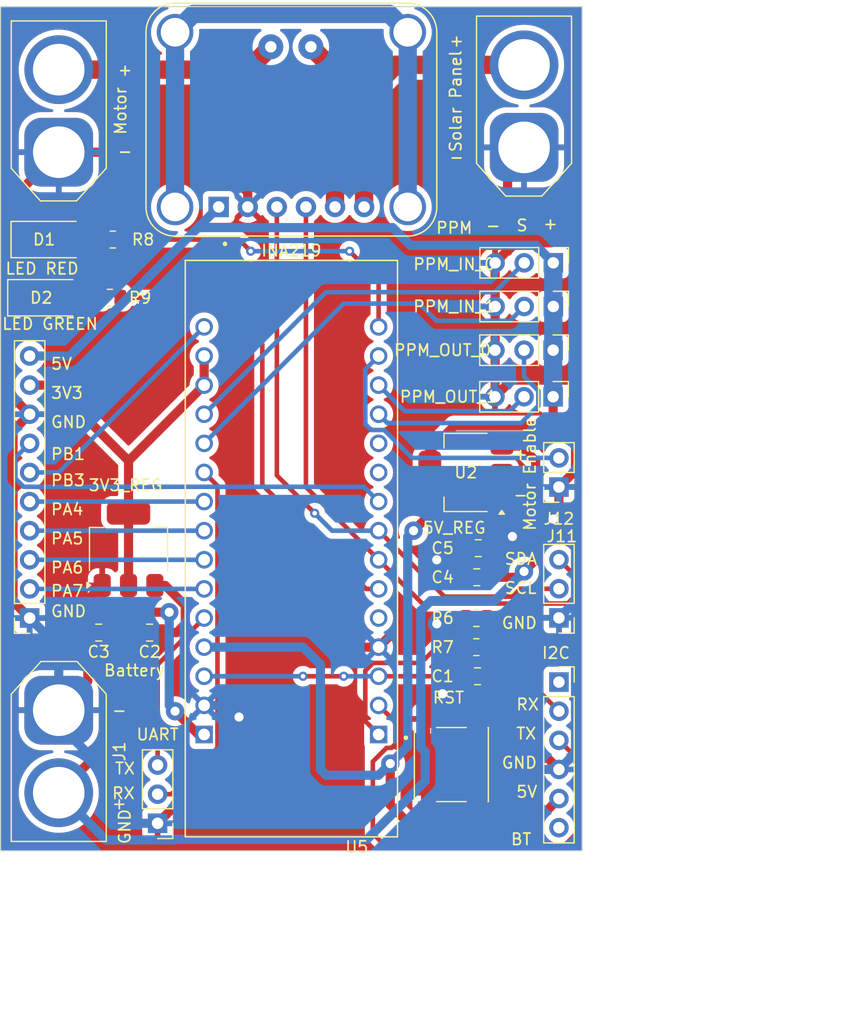
<source format=kicad_pcb>
(kicad_pcb (version 20221018) (generator pcbnew)
  (layers (0 "F.Cu" signal) (31 "B.Cu" signal) (34 "B.Paste" user) (35 "F.Paste" user) (36 "B.SilkS" user "B.Silkscreen") (37 "F.SilkS" user "F.Silkscreen") (38 "B.Mask" user) (39 "F.Mask" user) (44 "Edge.Cuts" user))
  (net 0 "")
  (net 1 "NRST")
  (net 2 "GND")
  (net 3 "VIN")
  (net 4 "3V3")
  (net 5 "5V")
  (net 6 "Net-(D1-A)")
  (net 7 "Net-(D2-A)")
  (net 8 "PPM_IN_0")
  (net 9 "PPM_IN_1")
  (net 10 "PPM_OUT_0")
  (net 11 "PPM_OUT_1")
  (net 12 "SOLAR_IN")
  (net 13 "MOTOR_OUT")
  (net 14 "VCP_RX")
  (net 15 "VCP_TX")
  (net 17 "Net-(J10-Pin_2)")
  (net 18 "UART_TX")
  (net 19 "SCL")
  (net 20 "SDA")
  (net 21 "UART_RX")
  (net 22 "LED_RED")
  (net 23 "LED_GREEN")
  (net 24 "BUTTON")
  (net 27 "MOTOR_EN")
  (net 28 "PB1")
  (net 29 "PB3")
  (net 30 "PA4")
  (net 31 "PA5")
  (net 32 "PA6")
  (net 33 "PA7")
  (net 35 "unconnected-(U1-SHIELD-PadSH1)")
  (footprint "Connector_PinHeader_2.54mm:PinHeader_1x03_P2.54mm_Vertical" (layer "F.Cu") (at 146.827 82.042 -90)
    (fp_text reference "J3" hide)
    (fp_text value "PPM_IN_1" (at 0 8.651 180) (layer "F.SilkS"))
    (pad "1" thru_hole rect (at 0 0 270) (size 1.7 1.7) (drill 1) (layers "*.Cu" "*.Mask") (net 5 "5V"))
    (pad "2" thru_hole oval (at 0 2.54 270) (size 1.7 1.7) (drill 1) (layers "*.Cu" "*.Mask") (net 9 "PPM_IN_1"))
    (pad "3" thru_hole oval (at 0 5.08 270) (size 1.7 1.7) (drill 1) (layers "*.Cu" "*.Mask") (net 2 "GND"))
  )
  (footprint "Capacitor_SMD:C_0805_2012Metric" (layer "F.Cu") (at 140.142 105.664 180)
    (fp_text reference "C4" (at 2.982 0) (layer "F.SilkS"))
    (fp_text value "3.3uF")
    (pad "1" smd roundrect (at -0.95 0 180) (size 1 1.45) (layers "F.Cu" "F.Paste" "F.Mask") (net 3 "VIN"))
    (pad "2" smd roundrect (at 0.95 0 180) (size 1 1.45) (layers "F.Cu" "F.Paste" "F.Mask") (net 2 "GND"))
  )
  (footprint "Resistor_SMD:R_0805_2012Metric" (layer "F.Cu") (at 108.1005 81.28)
    (fp_text reference "R9" (at 2.6435 0) (layer "F.SilkS"))
    (fp_text value "1k")
    (pad "1" smd roundrect (at -0.9125 0) (size 1.025 1.4) (layers "F.Cu" "F.Paste" "F.Mask") (roundrect_rratio 0.243902439) (net 7 "Net-(D2-A)"))
    (pad "2" smd roundrect (at 0.9125 0) (size 1.025 1.4) (layers "F.Cu" "F.Paste" "F.Mask") (roundrect_rratio 0.243902439) (net 23 "LED_GREEN"))
  )
  (footprint "Button_Switch_SMD:SW_SPST_PTS645" (layer "F.Cu") (at 137.922 122.004 -90)
    (fp_text reference "BUTTON1" hide)
    (fp_text value "SW_Push")
    (fp_text user "RST" (at -5.842 0.254) (layer "F.SilkS"))
    (pad "1" smd rect (at -3.98 -2.25 270) (size 1.55 1.3) (layers "F.Cu" "F.Paste" "F.Mask") (net 1 "NRST"))
    (pad "1" smd rect (at 3.98 -2.25 270) (size 1.55 1.3) (layers "F.Cu" "F.Paste" "F.Mask") (net 1 "NRST"))
    (pad "2" smd rect (at -3.98 2.25 270) (size 1.55 1.3) (layers "F.Cu" "F.Paste" "F.Mask") (net 2 "GND"))
    (pad "2" smd rect (at 3.98 2.25 270) (size 1.55 1.3) (layers "F.Cu" "F.Paste" "F.Mask") (net 2 "GND"))
  )
  (footprint "Resistor_SMD:R_0805_2012Metric" (layer "F.Cu") (at 140.1045 111.76)
    (fp_text reference "R7" (at -2.9445 0) (layer "F.SilkS"))
    (fp_text value "2k")
    (pad "1" smd roundrect (at -0.9125 0) (size 1.025 1.4) (layers "F.Cu" "F.Paste" "F.Mask") (roundrect_rratio 0.243902439) (net 2 "GND"))
    (pad "2" smd roundrect (at 0.9125 0) (size 1.025 1.4) (layers "F.Cu" "F.Paste" "F.Mask") (roundrect_rratio 0.243902439) (net 17 "Net-(J10-Pin_2)"))
  )
  (footprint "Connector_PinSocket_2.54mm:PinSocket_1x10_P2.54mm_Vertical" (layer "F.Cu") (at 101.092 109.22 180)
    (fp_text reference "J6" hide)
    (fp_text value "Conn_01x10")
    (pad "1" thru_hole rect (at 0 0 180) (size 1.7 1.7) (drill 1) (layers "*.Cu" "*.Mask") (net 2 "GND"))
    (pad "2" thru_hole oval (at 0 2.54 180) (size 1.7 1.7) (drill 1) (layers "*.Cu" "*.Mask") (net 33 "PA7"))
    (pad "3" thru_hole oval (at 0 5.08 180) (size 1.7 1.7) (drill 1) (layers "*.Cu" "*.Mask") (net 32 "PA6"))
    (pad "4" thru_hole oval (at 0 7.62 180) (size 1.7 1.7) (drill 1) (layers "*.Cu" "*.Mask") (net 31 "PA5"))
    (pad "5" thru_hole oval (at 0 10.16 180) (size 1.7 1.7) (drill 1) (layers "*.Cu" "*.Mask") (net 30 "PA4"))
    (pad "6" thru_hole oval (at 0 12.7 180) (size 1.7 1.7) (drill 1) (layers "*.Cu" "*.Mask") (net 29 "PB3"))
    (pad "7" thru_hole oval (at 0 15.24 180) (size 1.7 1.7) (drill 1) (layers "*.Cu" "*.Mask") (net 28 "PB1"))
    (pad "8" thru_hole oval (at 0 17.78 180) (size 1.7 1.7) (drill 1) (layers "*.Cu" "*.Mask") (net 2 "GND"))
    (pad "9" thru_hole oval (at 0 20.32 180) (size 1.7 1.7) (drill 1) (layers "*.Cu" "*.Mask") (net 4 "3V3"))
    (pad "10" thru_hole oval (at 0 22.86 180) (size 1.7 1.7) (drill 1) (layers "*.Cu" "*.Mask") (net 5 "5V"))
  )
  (footprint "Capacitor_SMD:C_0805_2012Metric" (layer "F.Cu") (at 140.208 114.3 180)
    (fp_text reference "C1" (at 3.048 0) (layer "F.SilkS"))
    (fp_text value "3.3uF")
    (pad "1" smd roundrect (at -0.95 0 180) (size 1 1.45) (layers "F.Cu" "F.Paste" "F.Mask") (net 2 "GND"))
    (pad "2" smd roundrect (at 0.95 0 180) (size 1 1.45) (layers "F.Cu" "F.Paste" "F.Mask") (net 1 "NRST"))
  )
  (footprint "Connector_AMASS:AMASS_XT60-F_1x02_P7.20mm_Vertical" (layer "F.Cu") (at 103.632 117.26 -90)
    (fp_text reference "J1" (at 3.6 -5.3 90) (layer "F.SilkS"))
    (fp_text value "Battery" (at -3.468 -6.604 -180) (layer "F.SilkS"))
    (pad "1" thru_hole roundrect (at 0 0 270) (size 6 6) (drill 4.5) (layers "*.Cu" "*.Mask") (net 2 "GND"))
    (pad "2" thru_hole circle (at 7.2 0 270) (size 6 6) (drill 4.5) (layers "*.Cu" "*.Mask") (net 3 "VIN"))
  )
  (footprint "Connector_AMASS:AMASS_XT60-F_1x02_P7.20mm_Vertical" (layer "F.Cu") (at 144.272 68.16 90)
    (fp_text reference "J7" hide)
    (fp_text value "Solar Panel" (at 4.025 -5.969 90) (layer "F.SilkS"))
    (pad "1" thru_hole roundrect (at 0 0 90) (size 6 6) (drill 4.5) (layers "*.Cu" "*.Mask") (net 2 "GND"))
    (pad "2" thru_hole circle (at 7.2 0 90) (size 6 6) (drill 4.5) (layers "*.Cu" "*.Mask") (net 12 "SOLAR_IN"))
  )
  (footprint "Package_TO_SOT_SMD:SOT-223-3_TabPin2" (layer "F.Cu") (at 109.728 103.226 90)
    (fp_text reference "U3" hide)
    (fp_text value "3V3_REG" (at 5.588 -0.254 180) (layer "F.SilkS"))
    (pad "1" smd roundrect (at -3.15 -2.3 90) (size 2 1.5) (layers "F.Cu" "F.Paste" "F.Mask") (net 2 "GND"))
    (pad "2" smd roundrect (at -3.15 0 90) (size 2 1.5) (layers "F.Cu" "F.Paste" "F.Mask") (net 4 "3V3"))
    (pad "2" smd roundrect (at 3.15 0 90) (size 2 3.8) (layers "F.Cu" "F.Paste" "F.Mask") (net 4 "3V3"))
    (pad "3" smd roundrect (at -3.15 2.3 90) (size 2 1.5) (layers "F.Cu" "F.Paste" "F.Mask") (net 3 "VIN"))
  )
  (footprint "Capacitor_SMD:C_0805_2012Metric" (layer "F.Cu") (at 107.122 110.49 180)
    (fp_text reference "C3" (at 0 -1.68) (layer "F.SilkS"))
    (fp_text value "1uF")
    (pad "1" smd roundrect (at -0.95 0 180) (size 1 1.45) (layers "F.Cu" "F.Paste" "F.Mask") (net 4 "3V3"))
    (pad "2" smd roundrect (at 0.95 0 180) (size 1 1.45) (layers "F.Cu" "F.Paste" "F.Mask") (net 2 "GND"))
  )
  (footprint "NUCLEO-L432KC:MODULE_NUCLEO-L432KC" (layer "F.Cu") (at 123.952 103.165 180)
    (fp_text reference "U5" (at -5.715 -26.035 180) (layer "F.SilkS"))
    (fp_text value "NUCLEO-L432KC")
    (pad "CN3_1" thru_hole rect (at -7.62 -16.215 180) (size 1.53 1.53) (drill 1.02) (layers "*.Cu" "*.Mask") (net 21 "UART_RX"))
    (pad "CN3_2" thru_hole circle (at -7.62 -13.675 180) (size 1.53 1.53) (drill 1.02) (layers "*.Cu" "*.Mask") (net 18 "UART_TX"))
    (pad "CN3_3" thru_hole circle (at -7.62 -11.135 180) (size 1.53 1.53) (drill 1.02) (layers "*.Cu" "*.Mask") (net 1 "NRST"))
    (pad "CN3_4" thru_hole circle (at -7.62 -8.595 180) (size 1.53 1.53) (drill 1.02) (layers "*.Cu" "*.Mask") (net 2 "GND"))
    (pad "CN3_5" thru_hole circle (at -7.62 -6.055 180) (size 1.53 1.53) (drill 1.02) (layers "*.Cu" "*.Mask") (net 24 "BUTTON"))
    (pad "CN3_6" thru_hole circle (at -7.62 -3.515 180) (size 1.53 1.53) (drill 1.02) (layers "*.Cu" "*.Mask") (net 23 "LED_GREEN"))
    (pad "CN3_7" thru_hole circle (at -7.62 -0.975 180) (size 1.53 1.53) (drill 1.02) (layers "*.Cu" "*.Mask") (net 20 "SDA"))
    (pad "CN3_8" thru_hole circle (at -7.62 1.565 180) (size 1.53 1.53) (drill 1.02) (layers "*.Cu" "*.Mask") (net 19 "SCL"))
    (pad "CN3_9" thru_hole circle (at -7.62 4.105 180) (size 1.53 1.53) (drill 1.02) (layers "*.Cu" "*.Mask") (net 28 "PB1"))
    (pad "CN3_10" thru_hole circle (at -7.62 6.645 180) (size 1.53 1.53) (drill 1.02) (layers "*.Cu" "*.Mask"))
    (pad "CN3_11" thru_hole circle (at -7.62 9.185 180) (size 1.53 1.53) (drill 1.02) (layers "*.Cu" "*.Mask"))
    (pad "CN3_12" thru_hole circle (at -7.62 11.725 180) (size 1.53 1.53) (drill 1.02) (layers "*.Cu" "*.Mask") (net 10 "PPM_OUT_0"))
    (pad "CN3_13" thru_hole circle (at -7.62 14.265 180) (size 1.53 1.53) (drill 1.02) (layers "*.Cu" "*.Mask") (net 11 "PPM_OUT_1"))
    (pad "CN3_14" thru_hole circle (at -7.62 16.805 180) (size 1.53 1.53) (drill 1.02) (layers "*.Cu" "*.Mask") (net 27 "MOTOR_EN"))
    (pad "CN3_15" thru_hole circle (at -7.62 19.345 180) (size 1.53 1.53) (drill 1.02) (layers "*.Cu" "*.Mask") (net 22 "LED_RED"))
    (pad "CN4_1" thru_hole rect (at 7.62 -16.215 180) (size 1.53 1.53) (drill 1.02) (layers "*.Cu" "*.Mask") (net 4 "3V3"))
    (pad "CN4_2" thru_hole circle (at 7.62 -13.675 180) (size 1.53 1.53) (drill 1.02) (layers "*.Cu" "*.Mask") (net 2 "GND"))
    (pad "CN4_3" thru_hole circle (at 7.62 -11.135 180) (size 1.53 1.53) (drill 1.02) (layers "*.Cu" "*.Mask") (net 1 "NRST"))
    (pad "CN4_4" thru_hole circle (at 7.62 -8.595 180) (size 1.53 1.53) (drill 1.02) (layers "*.Cu" "*.Mask") (net 5 "5V"))
    (pad "CN4_5" thru_hole circle (at 7.62 -6.055 180) (size 1.53 1.53) (drill 1.02) (layers "*.Cu" "*.Mask") (net 15 "VCP_TX"))
    (pad "CN4_6" thru_hole circle (at 7.62 -3.515 180) (size 1.53 1.53) (drill 1.02) (layers "*.Cu" "*.Mask") (net 33 "PA7"))
    (pad "CN4_7" thru_hole circle (at 7.62 -0.975 180) (size 1.53 1.53) (drill 1.02) (layers "*.Cu" "*.Mask") (net 32 "PA6"))
    (pad "CN4_8" thru_hole circle (at 7.62 1.565 180) (size 1.53 1.53) (drill 1.02) (layers "*.Cu" "*.Mask") (net 31 "PA5"))
    (pad "CN4_9" thru_hole circle (at 7.62 4.105 180) (size 1.53 1.53) (drill 1.02) (layers "*.Cu" "*.Mask") (net 30 "PA4"))
    (pad "CN4_10" thru_hole circle (at 7.62 6.645 180) (size 1.53 1.53) (drill 1.02) (layers "*.Cu" "*.Mask") (net 14 "VCP_RX"))
    (pad "CN4_11" thru_hole circle (at 7.62 9.185 180) (size 1.53 1.53) (drill 1.02) (layers "*.Cu" "*.Mask") (net 9 "PPM_IN_1"))
    (pad "CN4_12" thru_hole circle (at 7.62 11.725 180) (size 1.53 1.53) (drill 1.02) (layers "*.Cu" "*.Mask") (net 8 "PPM_IN_0"))
    (pad "CN4_13" thru_hole circle (at 7.62 14.265 180) (size 1.53 1.53) (drill 1.02) (layers "*.Cu" "*.Mask") (net 4 "3V3"))
    (pad "CN4_14" thru_hole circle (at 7.62 16.805 180) (size 1.53 1.53) (drill 1.02) (layers "*.Cu" "*.Mask") (net 4 "3V3"))
    (pad "CN4_15" thru_hole circle (at 7.62 19.345 180) (size 1.53 1.53) (drill 1.02) (layers "*.Cu" "*.Mask") (net 29 "PB3"))
  )
  (footprint "Connector_PinHeader_2.54mm:PinHeader_1x03_P2.54mm_Vertical" (layer "F.Cu") (at 146.812 89.916 -90)
    (fp_text reference "J5" hide)
    (fp_text value "PPM_OUT_1" (at 0 9.144) (layer "F.SilkS"))
    (pad "1" thru_hole rect (at 0 0 270) (size 1.7 1.7) (drill 1) (layers "*.Cu" "*.Mask") (net 5 "5V"))
    (pad "2" thru_hole oval (at 0 2.54 270) (size 1.7 1.7) (drill 1) (layers "*.Cu" "*.Mask") (net 11 "PPM_OUT_1"))
    (pad "3" thru_hole oval (at 0 5.08 270) (size 1.7 1.7) (drill 1) (layers "*.Cu" "*.Mask") (net 2 "GND"))
  )
  (footprint "Capacitor_SMD:C_0805_2012Metric" (layer "F.Cu") (at 140.274 103.124 180)
    (fp_text reference "C5" (at 3.114 0) (layer "F.SilkS"))
    (fp_text value "1uF")
    (pad "1" smd roundrect (at -0.95 0 180) (size 1 1.45) (layers "F.Cu" "F.Paste" "F.Mask") (net 5 "5V"))
    (pad "2" smd roundrect (at 0.95 0 180) (size 1 1.45) (layers "F.Cu" "F.Paste" "F.Mask") (net 2 "GND"))
  )
  (footprint "Connector_PinHeader_2.54mm:PinHeader_1x03_P2.54mm_Vertical" (layer "F.Cu") (at 146.827 78.232 -90)
    (fp_text reference "J2" hide)
    (fp_text value "PPM_IN_0" (at 0.127 8.651 180) (layer "F.SilkS"))
    (pad "1" thru_hole rect (at 0 0 270) (size 1.7 1.7) (drill 1) (layers "*.Cu" "*.Mask") (net 5 "5V"))
    (pad "2" thru_hole oval (at 0 2.54 270) (size 1.7 1.7) (drill 1) (layers "*.Cu" "*.Mask") (net 8 "PPM_IN_0"))
    (pad "3" thru_hole oval (at 0 5.08 270) (size 1.7 1.7) (drill 1) (layers "*.Cu" "*.Mask") (net 2 "GND"))
  )
  (footprint "Connector_PinHeader_2.54mm:PinHeader_1x03_P2.54mm_Vertical" (layer "F.Cu") (at 112.268 127.127 180)
    (fp_text reference "J9" hide)
    (fp_text value "UART" (at 0 7.747) (layer "F.SilkS"))
    (pad "1" thru_hole rect (at 0 0 180) (size 1.7 1.7) (drill 1) (layers "*.Cu" "*.Mask") (net 2 "GND"))
    (pad "2" thru_hole oval (at 0 2.54 180) (size 1.7 1.7) (drill 1) (layers "*.Cu" "*.Mask") (net 14 "VCP_RX"))
    (pad "3" thru_hole oval (at 0 5.08 180) (size 1.7 1.7) (drill 1) (layers "*.Cu" "*.Mask") (net 15 "VCP_TX"))
  )
  (footprint "Connector_PinHeader_2.54mm:PinHeader_1x03_P2.54mm_Vertical" (layer "F.Cu") (at 147.32 109.205 180)
    (fp_text reference "J11" (at -0.254 7.112) (layer "F.SilkS"))
    (fp_text value "I2C" (at 0.254 -3.063) (layer "F.SilkS"))
    (pad "1" thru_hole rect (at 0 0 180) (size 1.7 1.7) (drill 1) (layers "*.Cu" "*.Mask") (net 2 "GND"))
    (pad "2" thru_hole oval (at 0 2.54 180) (size 1.7 1.7) (drill 1) (layers "*.Cu" "*.Mask") (net 19 "SCL"))
    (pad "3" thru_hole oval (at 0 5.08 180) (size 1.7 1.7) (drill 1) (layers "*.Cu" "*.Mask") (net 20 "SDA"))
  )
  (footprint "Connector_PinHeader_2.54mm:PinHeader_1x03_P2.54mm_Vertical" (layer "F.Cu") (at 146.812 85.852 -90)
    (fp_text reference "J4" hide)
    (fp_text value "PPM_OUT_0" (at 0 9.652) (layer "F.SilkS"))
    (pad "1" thru_hole rect (at 0 0 270) (size 1.7 1.7) (drill 1) (layers "*.Cu" "*.Mask") (net 5 "5V"))
    (pad "2" thru_hole oval (at 0 2.54 270) (size 1.7 1.7) (drill 1) (layers "*.Cu" "*.Mask") (net 10 "PPM_OUT_0"))
    (pad "3" thru_hole oval (at 0 5.08 270) (size 1.7 1.7) (drill 1) (layers "*.Cu" "*.Mask") (net 2 "GND"))
  )
  (footprint "Connector_PinSocket_2.54mm:PinSocket_1x06_P2.54mm_Vertical" (layer "F.Cu") (at 147.32 114.808)
    (fp_text reference "J10" hide)
    (fp_text value "BT" (at -3.302 13.716 180) (layer "F.SilkS"))
    (pad "1" thru_hole rect (at 0 0) (size 1.7 1.7) (drill 1) (layers "*.Cu" "*.Mask"))
    (pad "2" thru_hole oval (at 0 2.54) (size 1.7 1.7) (drill 1) (layers "*.Cu" "*.Mask") (net 17 "Net-(J10-Pin_2)"))
    (pad "3" thru_hole oval (at 0 5.08) (size 1.7 1.7) (drill 1) (layers "*.Cu" "*.Mask") (net 18 "UART_TX"))
    (pad "4" thru_hole oval (at 0 7.62) (size 1.7 1.7) (drill 1) (layers "*.Cu" "*.Mask") (net 2 "GND"))
    (pad "5" thru_hole oval (at 0 10.16) (size 1.7 1.7) (drill 1) (layers "*.Cu" "*.Mask") (net 5 "5V"))
    (pad "6" thru_hole oval (at 0 12.7) (size 1.7 1.7) (drill 1) (layers "*.Cu" "*.Mask"))
  )
  (footprint "904:MODULE_904" (layer "F.Cu") (at 111.252 75.8975)
    (fp_text reference "U1" hide)
    (fp_text value "INA219" (at 12.7 1.27) (layer "F.SilkS"))
    (pad "1" thru_hole rect (at 6.35 -2.54) (size 1.778 1.778) (drill 1) (layers "*.Cu" "*.Mask") (net 5 "5V"))
    (pad "2" thru_hole circle (at 8.89 -2.54) (size 1.778 1.778) (drill 1) (layers "*.Cu" "*.Mask") (net 2 "GND"))
    (pad "3" thru_hole circle (at 11.43 -2.54) (size 1.778 1.778) (drill 1) (layers "*.Cu" "*.Mask") (net 19 "SCL"))
    (pad "4" thru_hole circle (at 13.97 -2.54) (size 1.778 1.778) (drill 1) (layers "*.Cu" "*.Mask") (net 20 "SDA"))
    (pad "5" thru_hole circle (at 16.51 -2.54) (size 1.778 1.778) (drill 1) (layers "*.Cu" "*.Mask") (net 13 "MOTOR_OUT"))
    (pad "6" thru_hole circle (at 19.05 -2.54) (size 1.778 1.778) (drill 1) (layers "*.Cu" "*.Mask") (net 12 "SOLAR_IN"))
    (pad "SH1" thru_hole circle (at 2.54 -17.78) (size 3.2 3.2) (drill 2.5) (layers "*.Cu" "*.Mask") (net 35 "unconnected-(U1-SHIELD-PadSH1)"))
    (pad "SH2" thru_hole circle (at 22.86 -17.78) (size 3.2 3.2) (drill 2.5) (layers "*.Cu" "*.Mask") (net 35 "unconnected-(U1-SHIELD-PadSH1)"))
    (pad "SH3" thru_hole circle (at 2.54 -2.54) (size 3.2 3.2) (drill 2.5) (layers "*.Cu" "*.Mask") (net 35 "unconnected-(U1-SHIELD-PadSH1)"))
    (pad "SH4" thru_hole circle (at 22.86 -2.54) (size 3.2 3.2) (drill 2.5) (layers "*.Cu" "*.Mask") (net 35 "unconnected-(U1-SHIELD-PadSH1)"))
    (pad "VIN+" thru_hole circle (at 14.4 -16.51) (size 2.1844 2.1844) (drill 1) (layers "*.Cu" "*.Mask") (net 12 "SOLAR_IN"))
    (pad "VIN-" thru_hole circle (at 10.9 -16.51) (size 2.1844 2.1844) (drill 1) (layers "*.Cu" "*.Mask") (net 13 "MOTOR_OUT"))
  )
  (footprint "Connector_AMASS:AMASS_XT60-F_1x02_P7.20mm_Vertical" (layer "F.Cu") (at 103.632 68.58 90)
    (fp_text reference "J8" hide)
    (fp_text value "Motor" (at 3.6 5.4 90) (layer "F.SilkS"))
    (pad "1" thru_hole roundrect (at 0 0 90) (size 6 6) (drill 4.5) (layers "*.Cu" "*.Mask") (net 2 "GND"))
    (pad "2" thru_hole circle (at 7.2 0 90) (size 6 6) (drill 4.5) (layers "*.Cu" "*.Mask") (net 13 "MOTOR_OUT"))
  )
  (footprint "LED_SMD:LED_2010_5025Metric" (layer "F.Cu") (at 102.652 76.2)
    (fp_text reference "D1" (at -0.29 0 180) (layer "F.SilkS"))
    (fp_text value "LED RED" (at -0.472 2.54) (layer "F.SilkS"))
    (pad "1" smd roundrect (at -2.25 0) (size 1.35 2.65) (layers "F.Cu" "F.Paste" "F.Mask") (roundrect_rratio 0.1851851852) (net 2 "GND"))
    (pad "2" smd roundrect (at 2.25 0) (size 1.35 2.65) (layers "F.Cu" "F.Paste" "F.Mask") (roundrect_rratio 0.1851851852) (net 6 "Net-(D1-A)"))
  )
  (footprint "Connector_PinSocket_2.54mm:PinSocket_1x02_P2.54mm_Vertical" (layer "F.Cu") (at 147.32 97.79 180)
    (fp_text reference "J12" (at 0 -2.77) (layer "F.SilkS"))
    (fp_text value "Motor Enable" (at 2.54 1.143 90) (layer "F.SilkS"))
    (pad "1" thru_hole rect (at 0 0 180) (size 1.7 1.7) (drill 1) (layers "*.Cu" "*.Mask") (net 2 "GND"))
    (pad "2" thru_hole oval (at 0 2.54 180) (size 1.7 1.7) (drill 1) (layers "*.Cu" "*.Mask") (net 27 "MOTOR_EN"))
  )
  (footprint "Package_TO_SOT_SMD:SOT-223-3_TabPin2" (layer "F.Cu") (at 139.192 96.52 180)
    (fp_text reference "U2" (at 0 0) (layer "F.SilkS"))
    (fp_text value "5V_REG" (at 1.016 -4.826) (layer "F.SilkS"))
    (pad "1" smd roundrect (at -3.15 -2.3 180) (size 2 1.5) (layers "F.Cu" "F.Paste" "F.Mask") (net 2 "GND"))
    (pad "2" smd roundrect (at -3.15 0 180) (size 2 1.5) (layers "F.Cu" "F.Paste" "F.Mask") (net 5 "5V"))
    (pad "2" smd roundrect (at 3.15 0 180) (size 2 3.8) (layers "F.Cu" "F.Paste" "F.Mask") (net 5 "5V"))
    (pad "3" smd roundrect (at -3.15 2.3 180) (size 2 1.5) (layers "F.Cu" "F.Paste" "F.Mask") (net 3 "VIN"))
  )
  (footprint "LED_SMD:LED_2010_5025Metric" (layer "F.Cu") (at 102.362 81.28)
    (fp_text reference "D2" (at -0.254 0) (layer "F.SilkS"))
    (fp_text value "LED GREEN" (at 0.508 2.28) (layer "F.SilkS"))
    (pad "1" smd roundrect (at -2.25 0) (size 1.35 2.65) (layers "F.Cu" "F.Paste" "F.Mask") (roundrect_rratio 0.1851851852) (net 2 "GND"))
    (pad "2" smd roundrect (at 2.25 0) (size 1.35 2.65) (layers "F.Cu" "F.Paste" "F.Mask") (roundrect_rratio 0.1851851852) (net 7 "Net-(D2-A)"))
  )
  (footprint "Resistor_SMD:R_0805_2012Metric" (layer "F.Cu") (at 108.3545 76.2)
    (fp_text reference "R8" (at 2.6435 0) (layer "F.SilkS"))
    (fp_text value "1k")
    (pad "1" smd roundrect (at -0.9125 0) (size 1.025 1.4) (layers "F.Cu" "F.Paste" "F.Mask") (roundrect_rratio 0.243902439) (net 6 "Net-(D1-A)"))
    (pad "2" smd roundrect (at 0.9125 0) (size 1.025 1.4) (layers "F.Cu" "F.Paste" "F.Mask") (roundrect_rratio 0.243902439) (net 22 "LED_RED"))
  )
  (footprint "Capacitor_SMD:C_0805_2012Metric" (layer "F.Cu") (at 111.572 110.49 180)
    (fp_text reference "C2" (at 0 -1.68) (layer "F.SilkS"))
    (fp_text value "3.3uF")
    (pad "1" smd roundrect (at -0.95 0 180) (size 1 1.45) (layers "F.Cu" "F.Paste" "F.Mask") (net 3 "VIN"))
    (pad "2" smd roundrect (at 0.95 0 180) (size 1 1.45) (layers "F.Cu" "F.Paste" "F.Mask") (net 2 "GND"))
  )
  (footprint "Resistor_SMD:R_0805_2012Metric" (layer "F.Cu") (at 140.1045 109.22 180)
    (fp_text reference "R6" (at 2.9445 0) (layer "F.SilkS"))
    (fp_text value "1k")
    (pad "1" smd roundrect (at -0.9125 0 180) (size 1.025 1.4) (layers "F.Cu" "F.Paste" "F.Mask") (roundrect_rratio 0.243902439) (net 17 "Net-(J10-Pin_2)"))
    (pad "2" smd roundrect (at 0.9125 0 180) (size 1.025 1.4) (layers "F.Cu" "F.Paste" "F.Mask") (roundrect_rratio 0.243902439) (net 21 "UART_RX"))
  )
  (gr_rect (start 98.552 55.88) (end 149.352 129.54) (stroke (width 0.1)) (fill none) (layer "Edge.Cuts"))
  (gr_text "TX" (at 108.458 122.936) (layer "F.SilkS") (effects (font (size 1 1)) (justify left bottom)))
  (gr_text "PA6" (at 102.87 105.41) (layer "F.SilkS") (effects (font (size 1 1)) (justify left bottom)))
  (gr_text "SCL" (at 142.494 107.188) (layer "F.SilkS") (effects (font (size 1 1)) (justify left bottom)))
  (gr_text "+" (at 137.668 59.436) (layer "F.SilkS") (effects (font (size 1 1)) (justify left bottom)))
  (gr_text "+" (at 143.256 95.504) (layer "F.SilkS") (effects (font (size 1 1)) (justify left bottom)))
  (gr_text "GND" (at 102.87 109.22) (layer "F.SilkS") (effects (font (size 1 1)) (justify left bottom)))
  (gr_text "GND" (at 102.87 92.71) (layer "F.SilkS") (effects (font (size 1 1)) (justify left bottom)))
  (gr_text "+" (at 108.712 61.976) (layer "F.SilkS") (effects (font (size 1 1)) (justify left bottom)))
  (gr_text "RX" (at 108.204 125.095) (layer "F.SilkS") (effects (font (size 1 1)) (justify left bottom)))
  (gr_text "S" (at 144.668 74.295 180) (layer "F.SilkS") (effects (font (size 1 1)) (justify left bottom)))
  (gr_text "SDA" (at 142.494 104.648) (layer "F.SilkS") (effects (font (size 1 1)) (justify left bottom)))
  (gr_text "RX" (at 143.51 117.348) (layer "F.SilkS") (effects (font (size 1 1)) (justify left bottom)))
  (gr_text "-" (at 140.858 75.565) (layer "F.SilkS") (effects (font (size 1 1)) (justify left bottom)))
  (gr_text "+" (at 108.204 125.984) (layer "F.SilkS") (effects (font (size 1 1)) (justify left bottom)))
  (gr_text "5V" (at 102.87 87.63) (layer "F.SilkS") (effects (font (size 1 1)) (justify left bottom)))
  (gr_text "PB1" (at 102.87 95.504) (layer "F.SilkS") (effects (font (size 1 1)) (justify left bottom)))
  (gr_text "PA5" (at 102.87 102.87) (layer "F.SilkS") (effects (font (size 1 1)) (justify left bottom)))
  (gr_text "3V3" (at 102.87 90.17) (layer "F.SilkS") (effects (font (size 1 1)) (justify left bottom)))
  (gr_text "-" (at 108.204 117.856) (layer "F.SilkS") (effects (font (size 1 1)) (justify left bottom)))
  (gr_text "PB3" (at 102.87 97.79) (layer "F.SilkS") (effects (font (size 1 1)) (justify left bottom)))
  (gr_text "PPM" (at 138.176 75.184) (layer "F.SilkS") (effects (font (size 1 1))))
  (gr_text "PA4" (at 102.87 100.33) (layer "F.SilkS") (effects (font (size 1 1)) (justify left bottom)))
  (gr_text "5V" (at 143.51 124.968) (layer "F.SilkS") (effects (font (size 1 1)) (justify left bottom)))
  (gr_text "GND" (at 142.24 122.428) (layer "F.SilkS") (effects (font (size 1 1)) (justify left bottom)))
  (gr_text "-" (at 108.712 69.088) (layer "F.SilkS") (effects (font (size 1 1)) (justify left bottom)))
  (gr_text "TX" (at 143.51 119.888) (layer "F.SilkS") (effects (font (size 1 1)) (justify left bottom)))
  (gr_text "-" (at 143.256 99.06) (layer "F.SilkS") (effects (font (size 1 1)) (justify left bottom)))
  (gr_text "GND" (at 109.982 129.032 90) (layer "F.SilkS") (effects (font (size 1 1)) (justify left bottom)))
  (gr_text "GND" (at 142.24 110.236) (layer "F.SilkS") (effects (font (size 1 1)) (justify left bottom)))
  (gr_text "-" (at 137.668 69.596) (layer "F.SilkS") (effects (font (size 1 1)) (justify left bottom)))
  (gr_text "+" (at 146.065 74.168 -90) (layer "F.SilkS") (effects (font (size 1 1)) (justify left bottom)))
  (gr_text "PA7" (at 102.87 107.442) (layer "F.SilkS") (effects (font (size 1 1)) (justify left bottom)))
  (segment (start 139.258 117.11) (end 140.172 118.024) (width 0.4) (layer "F.Cu") (net 1))
  (segment (start 139.258 114.3) (end 131.572 114.3) (width 0.4) (layer "F.Cu") (net 1))
  (segment (start 128.524 114.3) (end 124.968 114.3) (width 0.4) (layer "F.Cu") (net 1))
  (segment (start 140.172 125.984) (end 140.172 118.024) (width 0.8) (layer "F.Cu") (net 1))
  (segment (start 139.258 114.3) (end 139.258 117.11) (width 0.4) (layer "F.Cu") (net 1))
  (via (at 124.968 114.3) (size 0.8) (drill 0.4) (layers "F.Cu" "B.Cu") (net 1))
  (via (at 128.524 114.3) (size 0.8) (drill 0.4) (layers "F.Cu" "B.Cu") (net 1))
  (segment (start 124.968 114.3) (end 116.332 114.3) (width 0.4) (layer "B.Cu") (net 1))
  (segment (start 131.572 114.3) (end 128.524 114.3) (width 0.4) (layer "B.Cu") (net 1))
  (segment (start 141.158 114.26599) (end 141.158 114.3) (width 0.8) (layer "F.Cu") (net 2))
  (segment (start 108.336 112.776) (end 106.172 112.776) (width 0.8) (layer "F.Cu") (net 2))
  (segment (start 141.158 114.3) (end 141.158 116.266) (width 0.8) (layer "F.Cu") (net 2))
  (segment (start 143.182 88.466) (end 141.732 89.916) (width 0.8) (layer "F.Cu") (net 2))
  (segment (start 148.77 96.34) (end 148.77 88.974) (width 0.8) (layer "F.Cu") (net 2))
  (segment (start 110.622 110.49) (end 108.336 112.776) (width 0.8) (layer "F.Cu") (net 2))
  (segment (start 135.672 117.312) (end 137.16 115.824) (width 0.8) (layer "F.Cu") (net 2))
  (segment (start 147.32 100.076) (end 146.812 100.584) (width 0.8) (layer "F.Cu") (net 2))
  (segment (start 142.837 69.595) (end 142.837 77.142) (width 0.8) (layer "F.Cu") (net 2))
  (segment (start 139.192 105.664) (end 138.176 105.664) (width 0.8) (layer "F.Cu") (net 2))
  (segment (start 139.192 105.664) (end 139.192 103.256) (width 0.8) (layer "F.Cu") (net 2))
  (segment (start 142.342 101.194) (end 143.256 102.108) (width 0.8) (layer "F.Cu") (net 2))
  (segment (start 99.642 92.89) (end 101.092 91.44) (width 0.8) (layer "F.Cu") (net 2))
  (segment (start 101.092 91.44) (end 99.437 89.785) (width 0.8) (layer "F.Cu") (net 2))
  (segment (start 106.172 107.632) (end 107.428 106.376) (width 0.8) (layer "F.Cu") (net 2))
  (segment (start 148.262 88.466) (end 143.182 88.466) (width 0.8) (layer "F.Cu") (net 2))
  (segment (start 103.632 68.58) (end 116.621735 68.58) (width 0.8) (layer "F.Cu") (net 2))
  (segment (start 116.621735 68.58) (end 120.142 72.100265) (width 0.8) (layer "F.Cu") (net 2))
  (segment (start 100.112 76.49) (end 100.402 76.2) (width 0.8) (layer "F.Cu") (net 2))
  (segment (start 106.172 110.49) (end 106.172 107.632) (width 0.8) (layer "F.Cu") (net 2))
  (segment (start 100.402 71.81) (end 103.632 68.58) (width 0.8) (layer "F.Cu") (net 2))
  (segment (start 106.172 110.49) (end 106.172 112.776) (width 0.8) (layer "F.Cu") (net 2))
  (segment (start 120.142 72.100265) (end 120.142 73.3575) (width 0.8) (layer "F.Cu") (net 2))
  (segment (start 142.342 98.82) (end 142.342 101.194) (width 0.8) (layer "F.Cu") (net 2))
  (segment (start 142.837 77.142) (end 141.747 78.232) (width 0.8) (layer "F.Cu") (net 2))
  (segment (start 139.192 111.76) (end 139.192 112.29999) (width 0.8) (layer "F.Cu") (net 2))
  (segment (start 112.268 127.127) (end 119.38 120.015) (width 0.8) (layer "F.Cu") (net 2))
  (segment (start 133.604 109.728) (end 131.572 111.76) (width 0.8) (layer "F.Cu") (net 2))
  (segment (start 135.672 118.024) (end 135.672 125.984) (width 0.8) (layer "F.Cu") (net 2))
  (segment (start 144.272 68.16) (end 142.837 69.595) (width 0.8) (layer "F.Cu") (net 2))
  (segment (start 100.112 81.28) (end 100.112 76.49) (width 0.8) (layer "F.Cu") (net 2))
  (segment (start 141.158 116.266) (end 147.32 122.428) (width 0.8) (layer "F.Cu") (net 2))
  (segment (start 99.437 89.785) (end 99.437 81.955) (width 0.8) (layer "F.Cu") (net 2))
  (segment (start 125.476 111.76) (end 131.572 111.76) (width 0.8) (layer "F.Cu") (net 2))
  (segment (start 138.176 105.664) (end 136.652 104.14) (width 0.8) (layer "F.Cu") (net 2))
  (segment (start 141.747 89.901) (end 141.732 89.916) (width 0.8) (layer "F.Cu") (net 2))
  (segment (start 119.38 117.856) (end 125.476 111.76) (width 0.8) (layer "F.Cu") (net 2))
  (segment (start 135.672 118.024) (end 135.672 117.312) (width 0.8) (layer "F.Cu") (net 2))
  (segment (start 139.192 103.256) (end 139.324 103.124) (width 0.8) (layer "F.Cu") (net 2))
  (segment (start 119.38 120.015) (end 119.38 117.856) (width 0.8) (layer "F.Cu") (net 2))
  (segment (start 147.32 97.79) (end 147.32 100.076) (width 0.8) (layer "F.Cu") (net 2))
  (segment (start 141.747 78.232) (end 141.747 89.901) (width 0.8) (layer "F.Cu") (net 2))
  (segment (start 136.652 109.728) (end 133.604 109.728) (width 0.8) (layer "F.Cu") (net 2))
  (segment (start 101.092 109.22) (end 99.642 107.77) (width 0.8) (layer "F.Cu") (net 2))
  (segment (start 99.437 81.955) (end 100.112 81.28) (width 0.8) (layer "F.Cu") (net 2))
  (segment (start 106.172 112.776) (end 106.172 114.72) (width 0.8) (layer "F.Cu") (net 2))
  (segment (start 148.77 88.974) (end 148.262 88.466) (width 0.8) (layer "F.Cu") (net 2))
  (segment (start 99.642 107.77) (end 99.642 92.89) (width 0.8) (layer "F.Cu") (net 2))
  (segment (start 100.402 76.2) (end 100.402 71.81) (width 0.8) (layer "F.Cu") (net 2))
  (segment (start 106.172 114.72) (end 103.632 117.26) (width 0.8) (layer "F.Cu") (net 2))
  (segment (start 147.32 97.79) (end 148.77 96.34) (width 0.8) (layer "F.Cu") (net 2))
  (segment (start 139.192 112.29999) (end 141.158 114.26599) (width 0.8) (layer "F.Cu") (net 2))
  (via (at 136.652 104.14) (size 1.6) (drill 0.8) (layers "F.Cu" "B.Cu") (net 2))
  (via (at 136.652 109.728) (size 1.6) (drill 0.8) (layers "F.Cu" "B.Cu") (net 2))
  (via (at 119.38 117.856) (size 1.6) (drill 0.8) (layers "F.Cu" "B.Cu") (net 2))
  (via (at 143.256 102.108) (size 1.6) (drill 0.8) (layers "F.Cu" "B.Cu") (net 2))
  (via (at 137.16 115.824) (size 1.6) (drill 0.8) (layers "F.Cu" "B.Cu") (net 2))
  (via (at 146.812 100.584) (size 1.6) (drill 0.8) (layers "F.Cu" "B.Cu") (net 2))
  (segment (start 147.32 122.428) (end 142.748 122.428) (width 0.8) (layer "B.Cu") (net 2))
  (segment (start 145.288 102.108) (end 143.256 102.108) (width 0.8) (layer "B.Cu") (net 2))
  (segment (start 109.22 125.984) (end 110.363 127.127) (width 0.8) (layer "B.Cu") (net 2))
  (segment (start 148.77 120.978) (end 147.32 122.428) (width 0.8) (layer "B.Cu") (net 2))
  (segment (start 148.77 107.755) (end 148.77 120.978) (width 0.8) (layer "B.Cu") (net 2))
  (segment (start 103.632 118.491) (end 109.22 124.079) (width 0.8) (layer "B.Cu") (net 2))
  (segment (start 146.812 100.584) (end 145.288 102.108) (width 0.8) (layer "B.Cu") (net 2))
  (segment (start 109.22 124.079) (end 109.22 125.984) (width 0.8) (layer "B.Cu") (net 2))
  (segment (start 142.748 122.428) (end 137.16 116.84) (width 0.8) (layer "B.Cu") (net 2))
  (segment (start 148.77 107.755) (end 147.32 109.205) (width 0.8) (layer "B.Cu") (net 2))
  (segment (start 148.77 102.542) (end 148.77 107.755) (width 0.8) (layer "B.Cu") (net 2))
  (segment (start 103.632 117.26) (end 103.632 111.76) (width 0.8) (layer "B.Cu") (net 2))
  (segment (start 103.632 111.76) (end 101.092 109.22) (width 0.8) (layer "B.Cu") (net 2))
  (segment (start 143.256 102.108) (end 138.684 102.108) (width 0.8) (layer "B.Cu") (net 2))
  (segment (start 137.16 116.84) (end 137.16 110.236) (width 0.8) (layer "B.Cu") (net 2))
  (segment (start 110.363 127.127) (end 112.268 127.127) (width 0.8) (layer "B.Cu") (net 2))
  (segment (start 146.812 100.584) (end 148.77 102.542) (width 0.8) (layer "B.Cu") (net 2))
  (segment (start 116.332 116.84) (end 118.364 116.84) (width 0.8) (layer "B.Cu") (net 2))
  (segment (start 137.16 110.236) (end 136.652 109.728) (width 0.8) (layer "B.Cu") (net 2))
  (segment (start 138.684 102.108) (end 136.652 104.14) (width 0.8) (layer "B.Cu") (net 2))
  (segment (start 118.364 116.84) (end 119.38 117.856) (width 0.8) (layer "B.Cu") (net 2))
  (segment (start 103.632 117.26) (end 103.632 118.491) (width 0.8) (layer "B.Cu") (net 2))
  (segment (start 112.522 111.89863) (end 112.522 110.49) (width 0.8) (layer "F.Cu") (net 3))
  (segment (start 112.028 106.376) (end 112.927899 106.376) (width 0.8) (layer "F.Cu") (net 3))
  (segment (start 144.004 94.22) (end 145.288 95.504) (width 0.8) (layer "F.Cu") (net 3))
  (segment (start 113.93063 110.49) (end 112.522 110.49) (width 0.8) (layer "F.Cu") (net 3))
  (segment (start 145.288 104.14) (end 143.764 105.664) (width 0.8) (layer "F.Cu") (net 3))
  (segment (start 109.22 118.872) (end 109.22 115.20063) (width 0.8) (layer "F.Cu") (net 3))
  (segment (start 103.632 124.46) (end 109.22 118.872) (width 0.8) (layer "F.Cu") (net 3))
  (segment (start 109.22 115.20063) (end 112.522 111.89863) (width 0.8) (layer "F.Cu") (net 3))
  (segment (start 145.288 95.504) (end 145.288 104.14) (width 0.8) (layer "F.Cu") (net 3))
  (segment (start 114.684 109.73663) (end 113.93063 110.49) (width 0.8) (layer "F.Cu") (net 3))
  (segment (start 112.927899 106.376) (end 114.684 108.132101) (width 0.8) (layer "F.Cu") (net 3))
  (segment (start 141.092 105.664) (end 143.764 105.664) (width 0.8) (layer "F.Cu") (net 3))
  (segment (start 142.342 94.22) (end 144.004 94.22) (width 0.8) (layer "F.Cu") (net 3))
  (segment (start 114.684 108.132101) (end 114.684 109.73663) (width 0.8) (layer "F.Cu") (net 3))
  (via (at 144.272 105.156) (size 1.6) (drill 0.8) (layers "F.Cu" "B.Cu") (net 3))
  (segment (start 135.252 120.52) (end 135.252 108.588) (width 0.8) (layer "B.Cu") (net 3))
  (segment (start 103.632 124.46) (end 107.749 128.577) (width 0.8) (layer "B.Cu") (net 3))
  (segment (start 141.732 107.696) (end 144.272 105.156) (width 0.8) (layer "B.Cu") (net 3))
  (segment (start 113.718 128.577) (end 113.771 128.524) (width 0.8) (layer "B.Cu") (net 3))
  (segment (start 107.749 128.577) (end 113.718 128.577) (width 0.8) (layer "B.Cu") (net 3))
  (segment (start 136.144 107.696) (end 141.732 107.696) (width 0.8) (layer "B.Cu") (net 3))
  (segment (start 135.636 123.444) (end 135.636 120.904) (width 0.8) (layer "B.Cu") (net 3))
  (segment (start 135.252 108.588) (end 136.144 107.696) (width 0.8) (layer "B.Cu") (net 3))
  (segment (start 135.636 120.904) (end 135.252 120.52) (width 0.8) (layer "B.Cu") (net 3))
  (segment (start 130.556 128.524) (end 135.636 123.444) (width 0.8) (layer "B.Cu") (net 3))
  (segment (start 113.771 128.524) (end 130.556 128.524) (width 0.8) (layer "B.Cu") (net 3))
  (segment (start 109.728 95.504) (end 116.332 88.9) (width 0.8) (layer "F.Cu") (net 4))
  (segment (start 109.728 108.834) (end 109.728 106.376) (width 0.8) (layer "F.Cu") (net 4))
  (segment (start 115.824 119.38) (end 113.792 117.348) (width 0.8) (layer "F.Cu") (net 4))
  (segment (start 109.728 100.076) (end 109.728 95.504) (width 0.8) (layer "F.Cu") (net 4))
  (segment (start 109.728 106.376) (end 109.728 100.076) (width 0.8) (layer "F.Cu") (net 4))
  (segment (start 108.072 110.49) (end 109.728 108.834) (width 0.8) (layer "F.Cu") (net 4))
  (segment (start 103.124 88.9) (end 101.092 88.9) (width 0.8) (layer "F.Cu") (net 4))
  (segment (start 113.284 108.712) (end 109.85 108.712) (width 0.8) (layer "F.Cu") (net 4))
  (segment (start 109.85 108.712) (end 109.728 108.834) (width 0.8) (layer "F.Cu") (net 4))
  (segment (start 109.728 95.504) (end 103.124 88.9) (width 0.8) (layer "F.Cu") (net 4))
  (segment (start 116.332 88.9) (end 116.332 86.36) (width 0.8) (layer "F.Cu") (net 4))
  (segment (start 116.332 119.38) (end 115.824 119.38) (width 0.8) (layer "F.Cu") (net 4))
  (via (at 113.792 117.348) (size 1.6) (drill 0.8) (layers "F.Cu" "B.Cu") (net 4))
  (via (at 113.284 108.712) (size 1.6) (drill 0.8) (layers "F.Cu" "B.Cu") (net 4))
  (segment (start 113.284 116.84) (end 113.284 108.712) (width 0.8) (layer "B.Cu") (net 4))
  (segment (start 113.792 117.348) (end 113.284 116.84) (width 0.8) (layer "B.Cu") (net 4))
  (segment (start 141.224 101.702) (end 141.224 103.124) (width 0.8) (layer "F.Cu") (net 5))
  (segment (start 147.32 124.968) (end 144.272 128.016) (width 0.8) (layer "F.Cu") (net 5))
  (segment (start 146.304 92.456) (end 146.812 91.948) (width 0.8) (layer "F.Cu") (net 5))
  (segment (start 138.176 92.456) (end 146.304 92.456) (width 0.8) (layer "F.Cu") (net 5))
  (segment (start 144.272 128.016) (end 141.732 128.016) (width 0.8) (layer "F.Cu") (net 5))
  (segment (start 142.342 96.52) (end 136.042 96.52) (width 0.8) (layer "F.Cu") (net 5))
  (segment (start 136.042 96.52) (end 136.042 94.59) (width 0.8) (layer "F.Cu") (net 5))
  (segment (start 146.812 91.948) (end 146.812 89.916) (width 0.8) (layer "F.Cu") (net 5))
  (segment (start 136.042 100.178) (end 134.62 101.6) (width 0.8) (layer "F.Cu") (net 5))
  (segment (start 132.588 125.525) (end 132.588 121.92) (width 0.8) (layer "F.Cu") (net 5))
  (segment (start 136.042 94.59) (end 138.176 92.456) (width 0.8) (layer "F.Cu") (net 5))
  (segment (start 141.732 128.016) (end 135.079 128.016) (width 0.8) (layer "F.Cu") (net 5))
  (segment (start 135.079 128.016) (end 132.588 125.525) (width 0.8) (layer "F.Cu") (net 5))
  (segment (start 136.042 96.52) (end 136.042 100.178) (width 0.8) (layer "F.Cu") (net 5))
  (segment (start 136.042 96.52) (end 141.224 101.702) (width 0.8) (layer "F.Cu") (net 5))
  (via (at 134.62 101.6) (size 1.6) (drill 0.8) (layers "F.Cu" "B.Cu") (net 5))
  (via (at 132.588 121.92) (size 1.6) (drill 0.8) (layers "F.Cu" "B.Cu") (net 5))
  (segment (start 134.62 101.6) (end 134.112 102.108) (width 0.8) (layer "B.Cu") (net 5))
  (segment (start 146.827 78.232) (end 146.827 85.837) (width 1.6) (layer "B.Cu") (net 5))
  (segment (start 115.79975 75.15975) (end 132.80298 75.15975) (width 0.8) (layer "B.Cu") (net 5))
  (segment (start 115.79975 75.15975) (end 117.602 73.3575) (width 0.8) (layer "B.Cu") (net 5))
  (segment (start 134.35123 76.708) (end 145.303 76.708) (width 0.8) (layer "B.Cu") (net 5))
  (segment (start 132.80298 75.15975) (end 134.35123 76.708) (width 0.8) (layer "B.Cu") (net 5))
  (segment (start 127 122.936) (end 126.492 122.428) (width 0.8) (layer "B.Cu") (net 5))
  (segment (start 104.5995 86.36) (end 115.79975 75.15975) (width 0.8) (layer "B.Cu") (net 5))
  (segment (start 126.492 122.428) (end 126.492 113.284) (width 0.8) (layer "B.Cu") (net 5))
  (segment (start 134.112 120.396) (end 131.572 122.936) (width 0.8) (layer "B.Cu") (net 5))
  (segment (start 126.492 113.284) (end 124.968 111.76) (width 0.8) (layer "B.Cu") (net 5))
  (segment (start 134.112 102.108) (end 134.112 120.396) (width 0.8) (layer "B.Cu") (net 5))
  (segment (start 124.968 111.76) (end 116.332 111.76) (width 0.8) (layer "B.Cu") (net 5))
  (segment (start 131.572 122.936) (end 127 122.936) (width 0.8) (layer "B.Cu") (net 5))
  (segment (start 145.303 76.708) (end 146.827 78.232) (width 0.8) (layer "B.Cu") (net 5))
  (segment (start 146.827 85.837) (end 146.812 85.852) (width 1.6) (layer "B.Cu") (net 5))
  (segment (start 101.092 86.36) (end 104.5995 86.36) (width 0.8) (layer "B.Cu") (net 5))
  (segment (start 146.812 85.852) (end 146.812 89.916) (width 1.6) (layer "B.Cu") (net 5))
  (segment (start 104.902 76.2) (end 107.442 76.2) (width 0.4) (layer "F.Cu") (net 6))
  (segment (start 104.612 81.28) (end 107.188 81.28) (width 0.4) (layer "F.Cu") (net 7))
  (segment (start 126.98 80.792) (end 116.332 91.44) (width 0.4) (layer "B.Cu") (net 8))
  (segment (start 141.727 80.792) (end 126.98 80.792) (width 0.4) (layer "B.Cu") (net 8))
  (segment (start 144.287 78.232) (end 141.727 80.792) (width 0.4) (layer "B.Cu") (net 8))
  (segment (start 128.524 81.788) (end 116.332 93.98) (width 0.4) (layer "B.Cu") (net 9))
  (segment (start 135.128 81.788) (end 128.524 81.788) (width 0.4) (layer "B.Cu") (net 9))
  (segment (start 136.632 83.292) (end 135.128 81.788) (width 0.4) (layer "B.Cu") (net 9))
  (segment (start 144.287 82.042) (end 143.037 83.292) (width 0.4) (layer "B.Cu") (net 9))
  (segment (start 143.037 83.292) (end 136.632 83.292) (width 0.4) (layer "B.Cu") (net 9))
  (segment (start 144.272 88.148233) (end 145.522 89.398233) (width 0.4) (layer "B.Cu") (net 10))
  (segment (start 145.522 90.698) (end 144.015 92.205) (width 0.4) (layer "B.Cu") (net 10))
  (segment (start 144.272 85.852) (end 144.272 88.148233) (width 0.4) (layer "B.Cu") (net 10))
  (segment (start 132.337 92.205) (end 131.572 91.44) (width 0.4) (layer "B.Cu") (net 10))
  (segment (start 144.015 92.205) (end 132.337 92.205) (width 0.4) (layer "B.Cu") (net 10))
  (segment (start 145.522 89.398233) (end 145.522 90.698) (width 0.4) (layer "B.Cu") (net 10))
  (segment (start 144.272 89.916) (end 143.022 91.166) (width 0.4) (layer "B.Cu") (net 11))
  (segment (start 143.022 91.166) (end 133.838 91.166) (width 0.4) (layer "B.Cu") (net 11))
  (segment (start 133.838 91.166) (end 131.572 88.9) (width 0.4) (layer "B.Cu") (net 11))
  (segment (start 133.096 60.96) (end 127.2245 60.96) (width 1.6) (layer "F.Cu") (net 12))
  (segment (start 144.272 60.96) (end 133.096 60.96) (width 1.6) (layer "F.Cu") (net 12))
  (segment (start 130.302 63.754) (end 133.096 60.96) (width 1.6) (layer "F.Cu") (net 12))
  (segment (start 127.2245 60.96) (end 125.652 59.3875) (width 1.6) (layer "F.Cu") (net 12))
  (segment (start 130.302 73.3575) (end 130.302 63.754) (width 1.6) (layer "F.Cu") (net 12))
  (segment (start 103.632 61.38) (end 120.1595 61.38) (width 1.6) (layer "F.Cu") (net 13))
  (segment (start 120.1595 61.38) (end 127.762 68.9825) (width 1.6) (layer "F.Cu") (net 13))
  (segment (start 127.762 68.9825) (end 127.762 73.3575) (width 1.6) (layer "F.Cu") (net 13))
  (segment (start 120.1595 61.38) (end 122.152 59.3875) (width 1.6) (layer "F.Cu") (net 13))
  (segment (start 117.497 120.560081) (end 117.497 97.685) (width 0.4) (layer "F.Cu") (net 14))
  (segment (start 117.497 97.685) (end 116.332 96.52) (width 0.4) (layer "F.Cu") (net 14))
  (segment (start 113.470081 124.587) (end 117.497 120.560081) (width 0.4) (layer "F.Cu") (net 14))
  (segment (start 112.268 124.587) (end 113.470081 124.587) (width 0.4) (layer "F.Cu") (net 14))
  (segment (start 116.332 109.22) (end 112.268 113.284) (width 0.4) (layer "F.Cu") (net 15))
  (segment (start 112.268 113.284) (end 112.268 122.047) (width 0.4) (layer "F.Cu") (net 15))
  (segment (start 141.732 111.76) (end 147.32 117.348) (width 0.4) (layer "F.Cu") (net 17))
  (segment (start 141.017 109.22) (end 141.017 111.76) (width 0.4) (layer "F.Cu") (net 17))
  (segment (start 141.017 111.76) (end 141.732 111.76) (width 0.4) (layer "F.Cu") (net 17))
  (segment (start 132.08 129.032) (end 131.064 128.016) (width 0.4) (layer "F.Cu") (net 18))
  (segment (start 133.096 120.142) (end 133.096 118.364) (width 0.4) (layer "F.Cu") (net 18))
  (segment (start 147.32 119.888) (end 148.844 121.412) (width 0.4) (layer "F.Cu") (net 18))
  (segment (start 132.693 120.545) (end 133.096 120.142) (width 0.4) (layer "F.Cu") (net 18))
  (segment (start 148.844 121.412) (end 148.844 128.016) (width 0.4) (layer "F.Cu") (net 18))
  (segment (start 133.096 118.364) (end 131.572 116.84) (width 0.4) (layer "F.Cu") (net 18))
  (segment (start 148.844 128.016) (end 147.828 129.032) (width 0.4) (layer "F.Cu") (net 18))
  (segment (start 132.265943 120.545) (end 132.693 120.545) (width 0.4) (layer "F.Cu") (net 18))
  (segment (start 147.828 129.032) (end 132.08 129.032) (width 0.4) (layer "F.Cu") (net 18))
  (segment (start 131.064 121.746943) (end 132.265943 120.545) (width 0.4) (layer "F.Cu") (net 18))
  (segment (start 131.064 128.016) (end 131.064 121.746943) (width 0.4) (layer "F.Cu") (net 18))
  (segment (start 131.572 101.6) (end 137.327 107.355) (width 0.4) (layer "F.Cu") (net 19))
  (segment (start 122.682 96.774) (end 125.984 100.076) (width 0.4) (layer "F.Cu") (net 19))
  (segment (start 143.256 107.355) (end 143.946 106.665) (width 0.4) (layer "F.Cu") (net 19))
  (segment (start 137.327 107.355) (end 143.256 107.355) (width 0.4) (layer "F.Cu") (net 19))
  (segment (start 143.946 106.665) (end 147.32 106.665) (width 0.4) (layer "F.Cu") (net 19))
  (segment (start 122.682 73.3575) (end 122.682 96.774) (width 0.4) (layer "F.Cu") (net 19))
  (via (at 125.984 100.076) (size 0.8) (drill 0.4) (layers "F.Cu" "B.Cu") (net 19))
  (segment (start 131.572 101.6) (end 127.508 101.6) (width 0.4) (layer "B.Cu") (net 19))
  (segment (start 127.508 101.6) (end 125.984 100.076) (width 0.4) (layer "B.Cu") (net 19))
  (segment (start 125.222 73.3575) (end 125.222 97.79) (width 0.4) (layer "F.Cu") (net 20))
  (segment (start 148.844 107.188) (end 148.077 107.955) (width 0.4) (layer "F.Cu") (net 20))
  (segment (start 147.32 104.125) (end 148.844 105.649) (width 0.4) (layer "F.Cu") (net 20))
  (segment (start 125.222 97.79) (end 131.572 104.14) (width 0.4) (layer "F.Cu") (net 20))
  (segment (start 148.844 105.649) (end 148.844 107.188) (width 0.4) (layer "F.Cu") (net 20))
  (segment (start 148.077 107.955) (end 135.387 107.955) (width 0.4) (layer "F.Cu") (net 20))
  (segment (start 135.387 107.955) (end 131.572 104.14) (width 0.4) (layer "F.Cu") (net 20))
  (segment (start 130.407 118.215) (end 131.572 119.38) (width 0.4) (layer "F.Cu") (net 21))
  (segment (start 131.089441 113.135) (end 130.407 113.817441) (width 0.4) (layer "F.Cu") (net 21))
  (segment (start 131.064 119.888) (end 131.572 119.38) (width 0.4) (layer "F.Cu") (net 21))
  (segment (start 130.407 113.817441) (end 130.407 118.215) (width 0.4) (layer "F.Cu") (net 21))
  (segment (start 139.192 109.22) (end 135.277 113.135) (width 0.4) (layer "F.Cu") (net 21))
  (segment (start 135.277 113.135) (end 131.089441 113.135) (width 0.4) (layer "F.Cu") (net 21))
  (segment (start 119.38 76.2) (end 120.396 77.216) (width 0.4) (layer "F.Cu") (net 22))
  (segment (start 131.572 79.756) (end 129.032 77.216) (width 0.4) (layer "F.Cu") (net 22))
  (segment (start 131.572 83.82) (end 131.572 79.756) (width 0.4) (layer "F.Cu") (net 22))
  (segment (start 109.267 76.2) (end 119.38 76.2) (width 0.4) (layer "F.Cu") (net 22))
  (via (at 129.032 77.216) (size 0.8) (drill 0.4) (layers "F.Cu" "B.Cu") (net 22))
  (via (at 120.396 77.216) (size 0.8) (drill 0.4) (layers "F.Cu" "B.Cu") (net 22))
  (segment (start 129.032 77.216) (end 120.396 77.216) (width 0.4) (layer "B.Cu") (net 22))
  (segment (start 117.348 81.28) (end 121.412 85.344) (width 0.4) (layer "F.Cu") (net 23))
  (segment (start 109.013 81.28) (end 117.348 81.28) (width 0.4) (layer "F.Cu") (net 23))
  (segment (start 121.412 85.344) (end 121.412 97.601873) (width 0.4) (layer "F.Cu") (net 23))
  (segment (start 121.412 97.601873) (end 130.490127 106.68) (width 0.4) (layer "F.Cu") (net 23))
  (segment (start 130.490127 106.68) (end 131.572 106.68) (width 0.4) (layer "F.Cu") (net 23))
  (segment (start 130.407 87.525) (end 130.407 92.306999) (width 0.4) (layer "B.Cu") (net 27))
  (segment (start 130.915001 92.815) (end 132.054559 92.815) (width 0.4) (layer "B.Cu") (net 27))
  (segment (start 132.054559 92.815) (end 134.489559 95.25) (width 0.4) (layer "B.Cu") (net 27))
  (segment (start 131.572 86.36) (end 130.407 87.525) (width 0.4) (layer "B.Cu") (net 27))
  (segment (start 134.489559 95.25) (end 147.32 95.25) (width 0.4) (layer "B.Cu") (net 27))
  (segment (start 130.407 92.306999) (end 130.915001 92.815) (width 0.4) (layer "B.Cu") (net 27))
  (segment (start 99.842 97.037767) (end 100.574233 97.77) (width 0.4) (layer "B.Cu") (net 28))
  (segment (start 130.282 97.77) (end 131.572 99.06) (width 0.4) (layer "B.Cu") (net 28))
  (segment (start 100.574233 97.77) (end 130.282 97.77) (width 0.4) (layer "B.Cu") (net 28))
  (segment (start 101.092 93.98) (end 99.842 95.23) (width 0.4) (layer "B.Cu") (net 28))
  (segment (start 99.842 95.23) (end 99.842 97.037767) (width 0.4) (layer "B.Cu") (net 28))
  (segment (start 103.632 96.52) (end 116.332 83.82) (width 0.4) (layer "B.Cu") (net 29))
  (segment (start 101.092 96.52) (end 103.632 96.52) (width 0.4) (layer "B.Cu") (net 29))
  (segment (start 101.092 99.06) (end 116.332 99.06) (width 0.4) (layer "B.Cu") (net 30))
  (segment (start 116.332 101.6) (end 101.092 101.6) (width 0.4) (layer "B.Cu") (net 31))
  (segment (start 101.092 104.14) (end 116.332 104.14) (width 0.4) (layer "B.Cu") (net 32))
  (segment (start 116.332 106.68) (end 101.092 106.68) (width 0.4) (layer "B.Cu") (net 33))
  (segment (start 113.792 58.1175) (end 115.392 56.5175) (width 1.6) (layer "B.Cu") (net 35))
  (segment (start 134.112 58.1175) (end 134.112 73.3575) (width 1.6) (layer "B.Cu") (net 35))
  (segment (start 132.512 56.5175) (end 134.112 58.1175) (width 1.6) (layer "B.Cu") (net 35))
  (segment (start 113.792 58.1175) (end 113.792 73.3575) (width 1.6) (layer "B.Cu") (net 35))
  (segment (start 115.392 56.5175) (end 132.512 56.5175) (width 1.6) (layer "B.Cu") (net 35))
  (zone (net 2) (net_name "GND") (layer "F.Cu") (connect_pads (clearance 0.5)) (min_thickness 0.25) (fill yes (thermal_gap 0.5) (thermal_bridge_width 0.5))
    (polygon (pts (xy 98.552 55.88) (xy 98.552 129.54) (xy 149.352 129.54) (xy 149.352 55.88)))
  )
  (zone (net 2) (net_name "GND") (layer "B.Cu") (priority 1) (connect_pads (clearance 0.5)) (min_thickness 0.25) (fill yes (thermal_gap 0.5) (thermal_bridge_width 0.5))
    (polygon (pts (xy 98.552 55.88) (xy 98.552 129.54) (xy 149.352 129.54) (xy 149.352 55.88)))
  )
)
</source>
